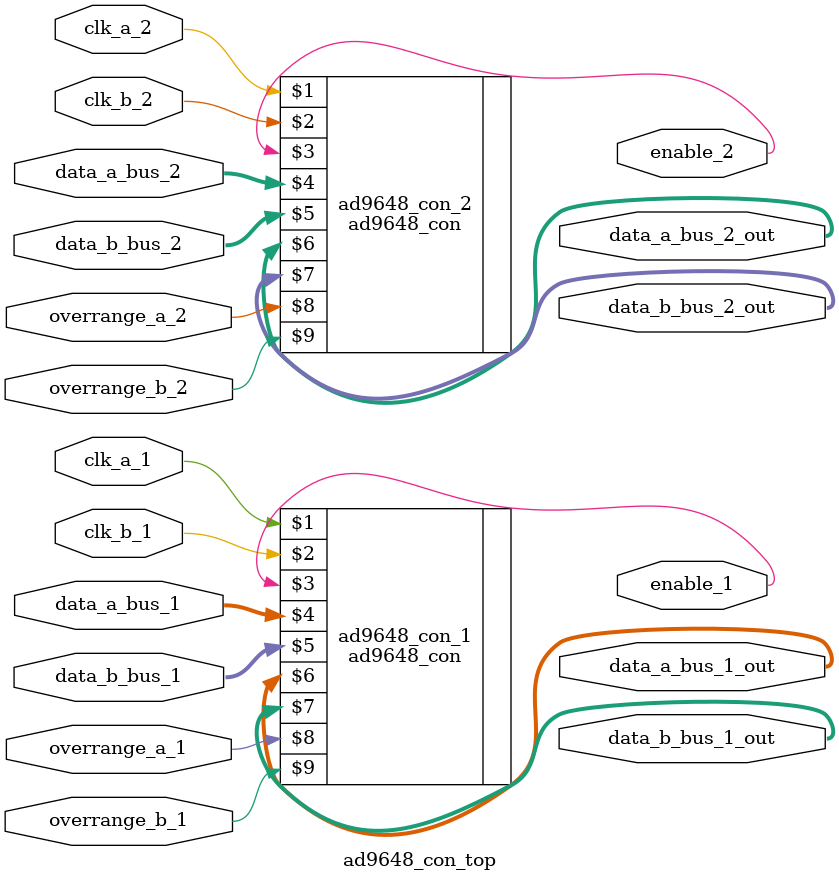
<source format=v>
/**
*
*Date: 27.2.2017
*Author: Jost R. 
*
*GENERAL DESCRIPTION
*
* This module wraps 2 of the ad9648_con modules since in this 
* project we use two of those ADC chips 
*
*/


`timescale 1ns / 1ps


module ad9648_con_top

    #(parameter
        bit_width = 4'd14
    )
    (
    input   clk_a_1,
    input   clk_a_2,

    input   clk_b_1,    
    input   clk_b_2,
    
    output  enable_1,      //active low!
    output  enable_2,      //active low!

    
    input   [bit_width-1:0]data_a_bus_1,
    input   [bit_width-1:0]data_b_bus_1,
    
    input   [bit_width-1:0]data_a_bus_2,    
    input   [bit_width-1:0]data_b_bus_2,
        
    output   [bit_width-1:0]data_a_bus_1_out,
    output   [bit_width-1:0]data_b_bus_1_out,
    
    output   [bit_width-1:0]data_a_bus_2_out,    
    output   [bit_width-1:0]data_b_bus_2_out,
        
    input   overrange_a_1,
    input   overrange_a_2,
        
    input   overrange_b_1,
    input   overrange_b_2
);

ad9648_con #(.bit_width(bit_width)) ad9648_con_1(clk_a_1, clk_b_1, enable_1, data_a_bus_1, data_b_bus_1, data_a_bus_1_out, data_b_bus_1_out, overrange_a_1, overrange_b_1);
ad9648_con #(.bit_width(bit_width)) ad9648_con_2(clk_a_2, clk_b_2, enable_2, data_a_bus_2, data_b_bus_2, data_a_bus_2_out, data_b_bus_2_out, overrange_a_2, overrange_b_2);


endmodule

</source>
